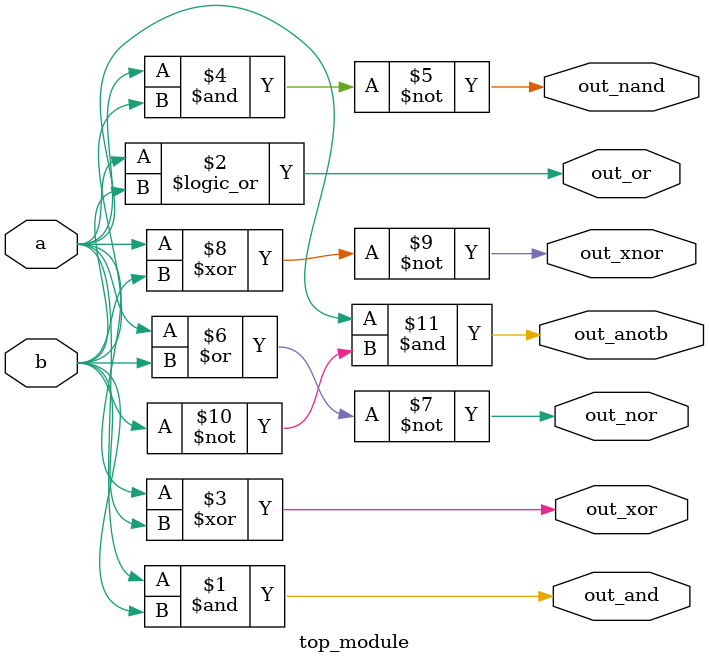
<source format=v>
module top_module( 
    input a, b,
    output out_and,
    output out_or,
    output out_xor,
    output out_nand,
    output out_nor,
    output out_xnor,
    output out_anotb
);
    assign out_and = a&b;
    assign out_or = a||b;
    assign out_xor = a^b;
    assign out_nand = ~(a&b);
    assign out_nor = ~(a|b);
    assign out_xnor = ~(a^b);
    assign out_anotb = a&(~b);

endmodule

</source>
